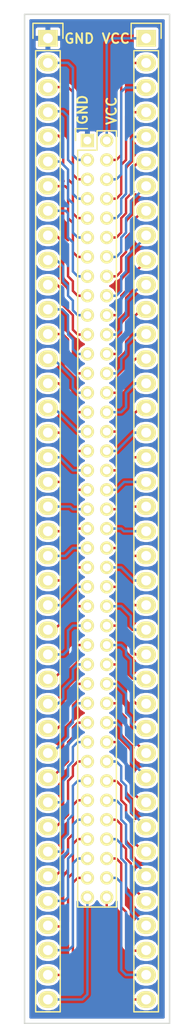
<source format=kicad_pcb>
(kicad_pcb (version 4) (host pcbnew 4.0.2-4+6225~38~ubuntu14.04.1-stable)
  (layers (0 F.Cu signal) (1 In1.Cu signal) (2 In2.Cu signal) (31 B.Cu signal) (35 F.Paste user) (37 F.SilkS user) (39 F.Mask user) (44 Edge.Cuts user))
  (net 0 "")
  (net 1 /3)
  (net 2 /5)
  (net 3 /7)
  (net 4 /9)
  (net 5 /11)
  (net 6 /13)
  (net 7 /15)
  (net 8 /17)
  (net 9 /19)
  (net 10 /21)
  (net 11 /23)
  (net 12 /25)
  (net 13 /27)
  (net 14 /29)
  (net 15 /31)
  (net 16 /33)
  (net 17 /35)
  (net 18 /37)
  (net 19 /39)
  (net 20 /41)
  (net 21 /43)
  (net 22 /45)
  (net 23 /47)
  (net 24 /49)
  (net 25 /51)
  (net 26 /53)
  (net 27 /55)
  (net 28 /57)
  (net 29 /59)
  (net 30 /61)
  (net 31 /63)
  (net 32 /65)
  (net 33 /67)
  (net 34 /69)
  (net 35 /71)
  (net 36 /73)
  (net 37 /75)
  (net 38 /77)
  (net 39 /79)
  (net 40 /4)
  (net 41 /6)
  (net 42 /8)
  (net 43 /10)
  (net 44 /12)
  (net 45 /14)
  (net 46 /16)
  (net 47 /18)
  (net 48 /20)
  (net 49 /22)
  (net 50 /24)
  (net 51 /26)
  (net 52 /28)
  (net 53 /30)
  (net 54 /32)
  (net 55 /34)
  (net 56 /36)
  (net 57 /38)
  (net 58 /40)
  (net 59 /42)
  (net 60 /44)
  (net 61 /46)
  (net 62 /48)
  (net 63 /50)
  (net 64 /52)
  (net 65 /54)
  (net 66 /56)
  (net 67 /58)
  (net 68 /60)
  (net 69 /62)
  (net 70 /64)
  (net 71 /66)
  (net 72 /68)
  (net 73 /70)
  (net 74 /72)
  (net 75 /74)
  (net 76 /76)
  (net 77 /78)
  (net 78 /80)
  (net 79 GND)
  (net 80 VCC)
  (module Pin_Headers:Pin_Header_Straight_1x40 (layer F.Cu) (at 45.92 39.47)
    (fp_text reference P1 hide)
    (fp_text value CONN_01X40)
    (pad 1 thru_hole rect (at 0 0) (size 2.032 1.7272) (drill 1.016) (layers *.Cu *.Mask F.SilkS) (net 79 GND))
    (pad 2 thru_hole oval (at 0 2.54) (size 2.032 1.7272) (drill 1.016) (layers *.Cu *.Mask F.SilkS) (net 1 /3))
    (pad 3 thru_hole oval (at 0 5.08) (size 2.032 1.7272) (drill 1.016) (layers *.Cu *.Mask F.SilkS) (net 2 /5))
    (pad 4 thru_hole oval (at 0 7.62) (size 2.032 1.7272) (drill 1.016) (layers *.Cu *.Mask F.SilkS) (net 3 /7))
    (pad 5 thru_hole oval (at 0 10.16) (size 2.032 1.7272) (drill 1.016) (layers *.Cu *.Mask F.SilkS) (net 4 /9))
    (pad 6 thru_hole oval (at 0 12.7) (size 2.032 1.7272) (drill 1.016) (layers *.Cu *.Mask F.SilkS) (net 5 /11))
    (pad 7 thru_hole oval (at 0 15.24) (size 2.032 1.7272) (drill 1.016) (layers *.Cu *.Mask F.SilkS) (net 6 /13))
    (pad 8 thru_hole oval (at 0 17.78) (size 2.032 1.7272) (drill 1.016) (layers *.Cu *.Mask F.SilkS) (net 7 /15))
    (pad 9 thru_hole oval (at 0 20.32) (size 2.032 1.7272) (drill 1.016) (layers *.Cu *.Mask F.SilkS) (net 8 /17))
    (pad 10 thru_hole oval (at 0 22.86) (size 2.032 1.7272) (drill 1.016) (layers *.Cu *.Mask F.SilkS) (net 9 /19))
    (pad 11 thru_hole oval (at 0 25.4) (size 2.032 1.7272) (drill 1.016) (layers *.Cu *.Mask F.SilkS) (net 10 /21))
    (pad 12 thru_hole oval (at 0 27.94) (size 2.032 1.7272) (drill 1.016) (layers *.Cu *.Mask F.SilkS) (net 11 /23))
    (pad 13 thru_hole oval (at 0 30.48) (size 2.032 1.7272) (drill 1.016) (layers *.Cu *.Mask F.SilkS) (net 12 /25))
    (pad 14 thru_hole oval (at 0 33.02) (size 2.032 1.7272) (drill 1.016) (layers *.Cu *.Mask F.SilkS) (net 13 /27))
    (pad 15 thru_hole oval (at 0 35.56) (size 2.032 1.7272) (drill 1.016) (layers *.Cu *.Mask F.SilkS) (net 14 /29))
    (pad 16 thru_hole oval (at 0 38.1) (size 2.032 1.7272) (drill 1.016) (layers *.Cu *.Mask F.SilkS) (net 15 /31))
    (pad 17 thru_hole oval (at 0 40.64) (size 2.032 1.7272) (drill 1.016) (layers *.Cu *.Mask F.SilkS) (net 16 /33))
    (pad 18 thru_hole oval (at 0 43.18) (size 2.032 1.7272) (drill 1.016) (layers *.Cu *.Mask F.SilkS) (net 17 /35))
    (pad 19 thru_hole oval (at 0 45.72) (size 2.032 1.7272) (drill 1.016) (layers *.Cu *.Mask F.SilkS) (net 18 /37))
    (pad 20 thru_hole oval (at 0 48.26) (size 2.032 1.7272) (drill 1.016) (layers *.Cu *.Mask F.SilkS) (net 19 /39))
    (pad 21 thru_hole oval (at 0 50.8) (size 2.032 1.7272) (drill 1.016) (layers *.Cu *.Mask F.SilkS) (net 20 /41))
    (pad 22 thru_hole oval (at 0 53.34) (size 2.032 1.7272) (drill 1.016) (layers *.Cu *.Mask F.SilkS) (net 21 /43))
    (pad 23 thru_hole oval (at 0 55.88) (size 2.032 1.7272) (drill 1.016) (layers *.Cu *.Mask F.SilkS) (net 22 /45))
    (pad 24 thru_hole oval (at 0 58.42) (size 2.032 1.7272) (drill 1.016) (layers *.Cu *.Mask F.SilkS) (net 23 /47))
    (pad 25 thru_hole oval (at 0 60.96) (size 2.032 1.7272) (drill 1.016) (layers *.Cu *.Mask F.SilkS) (net 24 /49))
    (pad 26 thru_hole oval (at 0 63.5) (size 2.032 1.7272) (drill 1.016) (layers *.Cu *.Mask F.SilkS) (net 25 /51))
    (pad 27 thru_hole oval (at 0 66.04) (size 2.032 1.7272) (drill 1.016) (layers *.Cu *.Mask F.SilkS) (net 26 /53))
    (pad 28 thru_hole oval (at 0 68.58) (size 2.032 1.7272) (drill 1.016) (layers *.Cu *.Mask F.SilkS) (net 27 /55))
    (pad 29 thru_hole oval (at 0 71.12) (size 2.032 1.7272) (drill 1.016) (layers *.Cu *.Mask F.SilkS) (net 28 /57))
    (pad 30 thru_hole oval (at 0 73.66) (size 2.032 1.7272) (drill 1.016) (layers *.Cu *.Mask F.SilkS) (net 29 /59))
    (pad 31 thru_hole oval (at 0 76.2) (size 2.032 1.7272) (drill 1.016) (layers *.Cu *.Mask F.SilkS) (net 30 /61))
    (pad 32 thru_hole oval (at 0 78.74) (size 2.032 1.7272) (drill 1.016) (layers *.Cu *.Mask F.SilkS) (net 31 /63))
    (pad 33 thru_hole oval (at 0 81.28) (size 2.032 1.7272) (drill 1.016) (layers *.Cu *.Mask F.SilkS) (net 32 /65))
    (pad 34 thru_hole oval (at 0 83.82) (size 2.032 1.7272) (drill 1.016) (layers *.Cu *.Mask F.SilkS) (net 33 /67))
    (pad 35 thru_hole oval (at 0 86.36) (size 2.032 1.7272) (drill 1.016) (layers *.Cu *.Mask F.SilkS) (net 34 /69))
    (pad 36 thru_hole oval (at 0 88.9) (size 2.032 1.7272) (drill 1.016) (layers *.Cu *.Mask F.SilkS) (net 35 /71))
    (pad 37 thru_hole oval (at 0 91.44) (size 2.032 1.7272) (drill 1.016) (layers *.Cu *.Mask F.SilkS) (net 36 /73))
    (pad 38 thru_hole oval (at 0 93.98) (size 2.032 1.7272) (drill 1.016) (layers *.Cu *.Mask F.SilkS) (net 37 /75))
    (pad 39 thru_hole oval (at 0 96.52) (size 2.032 1.7272) (drill 1.016) (layers *.Cu *.Mask F.SilkS) (net 38 /77))
    (pad 40 thru_hole oval (at 0 99.06) (size 2.032 1.7272) (drill 1.016) (layers *.Cu *.Mask F.SilkS) (net 39 /79))
  )
  (module Pin_Headers_2mm:Pin_Header_Straight_2x40_2mm (layer F.Cu) (at 50 50)
    (fp_text reference P2 hide)
    (fp_text value CONN_02X40)
    (pad 1 thru_hole rect (at 0 0) (size 1.3817 1.3817) (drill 0.8125) (layers *.Cu *.Mask F.SilkS) (net 79 GND))
    (pad 2 thru_hole oval (at 2 0) (size 1.3817 1.3817) (drill 0.8125) (layers *.Cu *.Mask F.SilkS) (net 80 VCC))
    (pad 3 thru_hole oval (at 0 2) (size 1.3817 1.3817) (drill 0.8125) (layers *.Cu *.Mask F.SilkS) (net 1 /3))
    (pad 4 thru_hole oval (at 2 2) (size 1.3817 1.3817) (drill 0.8125) (layers *.Cu *.Mask F.SilkS) (net 40 /4))
    (pad 5 thru_hole oval (at 0 4) (size 1.3817 1.3817) (drill 0.8125) (layers *.Cu *.Mask F.SilkS) (net 2 /5))
    (pad 6 thru_hole oval (at 2 4) (size 1.3817 1.3817) (drill 0.8125) (layers *.Cu *.Mask F.SilkS) (net 41 /6))
    (pad 7 thru_hole oval (at 0 6) (size 1.3817 1.3817) (drill 0.8125) (layers *.Cu *.Mask F.SilkS) (net 3 /7))
    (pad 8 thru_hole oval (at 2 6) (size 1.3817 1.3817) (drill 0.8125) (layers *.Cu *.Mask F.SilkS) (net 42 /8))
    (pad 9 thru_hole oval (at 0 8) (size 1.3817 1.3817) (drill 0.8125) (layers *.Cu *.Mask F.SilkS) (net 4 /9))
    (pad 10 thru_hole oval (at 2 8) (size 1.3817 1.3817) (drill 0.8125) (layers *.Cu *.Mask F.SilkS) (net 43 /10))
    (pad 11 thru_hole oval (at 0 10) (size 1.3817 1.3817) (drill 0.8125) (layers *.Cu *.Mask F.SilkS) (net 5 /11))
    (pad 12 thru_hole oval (at 2 10) (size 1.3817 1.3817) (drill 0.8125) (layers *.Cu *.Mask F.SilkS) (net 44 /12))
    (pad 13 thru_hole oval (at 0 12) (size 1.3817 1.3817) (drill 0.8125) (layers *.Cu *.Mask F.SilkS) (net 6 /13))
    (pad 14 thru_hole oval (at 2 12) (size 1.3817 1.3817) (drill 0.8125) (layers *.Cu *.Mask F.SilkS) (net 45 /14))
    (pad 15 thru_hole oval (at 0 14) (size 1.3817 1.3817) (drill 0.8125) (layers *.Cu *.Mask F.SilkS) (net 7 /15))
    (pad 16 thru_hole oval (at 2 14) (size 1.3817 1.3817) (drill 0.8125) (layers *.Cu *.Mask F.SilkS) (net 46 /16))
    (pad 17 thru_hole oval (at 0 16) (size 1.3817 1.3817) (drill 0.8125) (layers *.Cu *.Mask F.SilkS) (net 8 /17))
    (pad 18 thru_hole oval (at 2 16) (size 1.3817 1.3817) (drill 0.8125) (layers *.Cu *.Mask F.SilkS) (net 47 /18))
    (pad 19 thru_hole oval (at 0 18) (size 1.3817 1.3817) (drill 0.8125) (layers *.Cu *.Mask F.SilkS) (net 9 /19))
    (pad 20 thru_hole oval (at 2 18) (size 1.3817 1.3817) (drill 0.8125) (layers *.Cu *.Mask F.SilkS) (net 48 /20))
    (pad 21 thru_hole oval (at 0 20) (size 1.3817 1.3817) (drill 0.8125) (layers *.Cu *.Mask F.SilkS) (net 10 /21))
    (pad 22 thru_hole oval (at 2 20) (size 1.3817 1.3817) (drill 0.8125) (layers *.Cu *.Mask F.SilkS) (net 49 /22))
    (pad 23 thru_hole oval (at 0 22) (size 1.3817 1.3817) (drill 0.8125) (layers *.Cu *.Mask F.SilkS) (net 11 /23))
    (pad 24 thru_hole oval (at 2 22) (size 1.3817 1.3817) (drill 0.8125) (layers *.Cu *.Mask F.SilkS) (net 50 /24))
    (pad 25 thru_hole oval (at 0 24) (size 1.3817 1.3817) (drill 0.8125) (layers *.Cu *.Mask F.SilkS) (net 12 /25))
    (pad 26 thru_hole oval (at 2 24) (size 1.3817 1.3817) (drill 0.8125) (layers *.Cu *.Mask F.SilkS) (net 51 /26))
    (pad 27 thru_hole oval (at 0 26) (size 1.3817 1.3817) (drill 0.8125) (layers *.Cu *.Mask F.SilkS) (net 13 /27))
    (pad 28 thru_hole oval (at 2 26) (size 1.3817 1.3817) (drill 0.8125) (layers *.Cu *.Mask F.SilkS) (net 52 /28))
    (pad 29 thru_hole oval (at 0 28) (size 1.3817 1.3817) (drill 0.8125) (layers *.Cu *.Mask F.SilkS) (net 14 /29))
    (pad 30 thru_hole oval (at 2 28) (size 1.3817 1.3817) (drill 0.8125) (layers *.Cu *.Mask F.SilkS) (net 53 /30))
    (pad 31 thru_hole oval (at 0 30) (size 1.3817 1.3817) (drill 0.8125) (layers *.Cu *.Mask F.SilkS) (net 15 /31))
    (pad 32 thru_hole oval (at 2 30) (size 1.3817 1.3817) (drill 0.8125) (layers *.Cu *.Mask F.SilkS) (net 54 /32))
    (pad 33 thru_hole oval (at 0 32) (size 1.3817 1.3817) (drill 0.8125) (layers *.Cu *.Mask F.SilkS) (net 16 /33))
    (pad 34 thru_hole oval (at 2 32) (size 1.3817 1.3817) (drill 0.8125) (layers *.Cu *.Mask F.SilkS) (net 55 /34))
    (pad 35 thru_hole oval (at 0 34) (size 1.3817 1.3817) (drill 0.8125) (layers *.Cu *.Mask F.SilkS) (net 17 /35))
    (pad 36 thru_hole oval (at 2 34) (size 1.3817 1.3817) (drill 0.8125) (layers *.Cu *.Mask F.SilkS) (net 56 /36))
    (pad 37 thru_hole oval (at 0 36) (size 1.3817 1.3817) (drill 0.8125) (layers *.Cu *.Mask F.SilkS) (net 18 /37))
    (pad 38 thru_hole oval (at 2 36) (size 1.3817 1.3817) (drill 0.8125) (layers *.Cu *.Mask F.SilkS) (net 57 /38))
    (pad 39 thru_hole oval (at 0 38) (size 1.3817 1.3817) (drill 0.8125) (layers *.Cu *.Mask F.SilkS) (net 19 /39))
    (pad 40 thru_hole oval (at 2 38) (size 1.3817 1.3817) (drill 0.8125) (layers *.Cu *.Mask F.SilkS) (net 58 /40))
    (pad 41 thru_hole oval (at 0 40) (size 1.3817 1.3817) (drill 0.8125) (layers *.Cu *.Mask F.SilkS) (net 20 /41))
    (pad 42 thru_hole oval (at 2 40) (size 1.3817 1.3817) (drill 0.8125) (layers *.Cu *.Mask F.SilkS) (net 59 /42))
    (pad 43 thru_hole oval (at 0 42) (size 1.3817 1.3817) (drill 0.8125) (layers *.Cu *.Mask F.SilkS) (net 21 /43))
    (pad 44 thru_hole oval (at 2 42) (size 1.3817 1.3817) (drill 0.8125) (layers *.Cu *.Mask F.SilkS) (net 60 /44))
    (pad 45 thru_hole oval (at 0 44) (size 1.3817 1.3817) (drill 0.8125) (layers *.Cu *.Mask F.SilkS) (net 22 /45))
    (pad 46 thru_hole oval (at 2 44) (size 1.3817 1.3817) (drill 0.8125) (layers *.Cu *.Mask F.SilkS) (net 61 /46))
    (pad 47 thru_hole oval (at 0 46) (size 1.3817 1.3817) (drill 0.8125) (layers *.Cu *.Mask F.SilkS) (net 23 /47))
    (pad 48 thru_hole oval (at 2 46) (size 1.3817 1.3817) (drill 0.8125) (layers *.Cu *.Mask F.SilkS) (net 62 /48))
    (pad 49 thru_hole oval (at 0 48) (size 1.3817 1.3817) (drill 0.8125) (layers *.Cu *.Mask F.SilkS) (net 24 /49))
    (pad 50 thru_hole oval (at 2 48) (size 1.3817 1.3817) (drill 0.8125) (layers *.Cu *.Mask F.SilkS) (net 63 /50))
    (pad 51 thru_hole oval (at 0 50) (size 1.3817 1.3817) (drill 0.8125) (layers *.Cu *.Mask F.SilkS) (net 25 /51))
    (pad 52 thru_hole oval (at 2 50) (size 1.3817 1.3817) (drill 0.8125) (layers *.Cu *.Mask F.SilkS) (net 64 /52))
    (pad 53 thru_hole oval (at 0 52) (size 1.3817 1.3817) (drill 0.8125) (layers *.Cu *.Mask F.SilkS) (net 26 /53))
    (pad 54 thru_hole oval (at 2 52) (size 1.3817 1.3817) (drill 0.8125) (layers *.Cu *.Mask F.SilkS) (net 65 /54))
    (pad 55 thru_hole oval (at 0 54) (size 1.3817 1.3817) (drill 0.8125) (layers *.Cu *.Mask F.SilkS) (net 27 /55))
    (pad 56 thru_hole oval (at 2 54) (size 1.3817 1.3817) (drill 0.8125) (layers *.Cu *.Mask F.SilkS) (net 66 /56))
    (pad 57 thru_hole oval (at 0 56) (size 1.3817 1.3817) (drill 0.8125) (layers *.Cu *.Mask F.SilkS) (net 28 /57))
    (pad 58 thru_hole oval (at 2 56) (size 1.3817 1.3817) (drill 0.8125) (layers *.Cu *.Mask F.SilkS) (net 67 /58))
    (pad 59 thru_hole oval (at 0 58) (size 1.3817 1.3817) (drill 0.8125) (layers *.Cu *.Mask F.SilkS) (net 29 /59))
    (pad 60 thru_hole oval (at 2 58) (size 1.3817 1.3817) (drill 0.8125) (layers *.Cu *.Mask F.SilkS) (net 68 /60))
    (pad 61 thru_hole oval (at 0 60) (size 1.3817 1.3817) (drill 0.8125) (layers *.Cu *.Mask F.SilkS) (net 30 /61))
    (pad 62 thru_hole oval (at 2 60) (size 1.3817 1.3817) (drill 0.8125) (layers *.Cu *.Mask F.SilkS) (net 69 /62))
    (pad 63 thru_hole oval (at 0 62) (size 1.3817 1.3817) (drill 0.8125) (layers *.Cu *.Mask F.SilkS) (net 31 /63))
    (pad 64 thru_hole oval (at 2 62) (size 1.3817 1.3817) (drill 0.8125) (layers *.Cu *.Mask F.SilkS) (net 70 /64))
    (pad 65 thru_hole oval (at 0 64) (size 1.3817 1.3817) (drill 0.8125) (layers *.Cu *.Mask F.SilkS) (net 32 /65))
    (pad 66 thru_hole oval (at 2 64) (size 1.3817 1.3817) (drill 0.8125) (layers *.Cu *.Mask F.SilkS) (net 71 /66))
    (pad 67 thru_hole oval (at 0 66) (size 1.3817 1.3817) (drill 0.8125) (layers *.Cu *.Mask F.SilkS) (net 33 /67))
    (pad 68 thru_hole oval (at 2 66) (size 1.3817 1.3817) (drill 0.8125) (layers *.Cu *.Mask F.SilkS) (net 72 /68))
    (pad 69 thru_hole oval (at 0 68) (size 1.3817 1.3817) (drill 0.8125) (layers *.Cu *.Mask F.SilkS) (net 34 /69))
    (pad 70 thru_hole oval (at 2 68) (size 1.3817 1.3817) (drill 0.8125) (layers *.Cu *.Mask F.SilkS) (net 73 /70))
    (pad 71 thru_hole oval (at 0 70) (size 1.3817 1.3817) (drill 0.8125) (layers *.Cu *.Mask F.SilkS) (net 35 /71))
    (pad 72 thru_hole oval (at 2 70) (size 1.3817 1.3817) (drill 0.8125) (layers *.Cu *.Mask F.SilkS) (net 74 /72))
    (pad 73 thru_hole oval (at 0 72) (size 1.3817 1.3817) (drill 0.8125) (layers *.Cu *.Mask F.SilkS) (net 36 /73))
    (pad 74 thru_hole oval (at 2 72) (size 1.3817 1.3817) (drill 0.8125) (layers *.Cu *.Mask F.SilkS) (net 75 /74))
    (pad 75 thru_hole oval (at 0 74) (size 1.3817 1.3817) (drill 0.8125) (layers *.Cu *.Mask F.SilkS) (net 37 /75))
    (pad 76 thru_hole oval (at 2 74) (size 1.3817 1.3817) (drill 0.8125) (layers *.Cu *.Mask F.SilkS) (net 76 /76))
    (pad 77 thru_hole oval (at 0 76) (size 1.3817 1.3817) (drill 0.8125) (layers *.Cu *.Mask F.SilkS) (net 38 /77))
    (pad 78 thru_hole oval (at 2 76) (size 1.3817 1.3817) (drill 0.8125) (layers *.Cu *.Mask F.SilkS) (net 77 /78))
    (pad 79 thru_hole oval (at 0 78) (size 1.3817 1.3817) (drill 0.8125) (layers *.Cu *.Mask F.SilkS) (net 39 /79))
    (pad 80 thru_hole oval (at 2 78) (size 1.3817 1.3817) (drill 0.8125) (layers *.Cu *.Mask F.SilkS) (net 78 /80))
  )
  (module Pin_Headers:Pin_Header_Straight_1x40 (layer F.Cu) (at 56.08 39.47)
    (fp_text reference P3 hide)
    (fp_text value CONN_01X40)
    (pad 1 thru_hole rect (at 0 0) (size 2.032 1.7272) (drill 1.016) (layers *.Cu *.Mask F.SilkS) (net 80 VCC))
    (pad 2 thru_hole oval (at 0 2.54) (size 2.032 1.7272) (drill 1.016) (layers *.Cu *.Mask F.SilkS) (net 40 /4))
    (pad 3 thru_hole oval (at 0 5.08) (size 2.032 1.7272) (drill 1.016) (layers *.Cu *.Mask F.SilkS) (net 41 /6))
    (pad 4 thru_hole oval (at 0 7.62) (size 2.032 1.7272) (drill 1.016) (layers *.Cu *.Mask F.SilkS) (net 42 /8))
    (pad 5 thru_hole oval (at 0 10.16) (size 2.032 1.7272) (drill 1.016) (layers *.Cu *.Mask F.SilkS) (net 43 /10))
    (pad 6 thru_hole oval (at 0 12.7) (size 2.032 1.7272) (drill 1.016) (layers *.Cu *.Mask F.SilkS) (net 44 /12))
    (pad 7 thru_hole oval (at 0 15.24) (size 2.032 1.7272) (drill 1.016) (layers *.Cu *.Mask F.SilkS) (net 45 /14))
    (pad 8 thru_hole oval (at 0 17.78) (size 2.032 1.7272) (drill 1.016) (layers *.Cu *.Mask F.SilkS) (net 46 /16))
    (pad 9 thru_hole oval (at 0 20.32) (size 2.032 1.7272) (drill 1.016) (layers *.Cu *.Mask F.SilkS) (net 47 /18))
    (pad 10 thru_hole oval (at 0 22.86) (size 2.032 1.7272) (drill 1.016) (layers *.Cu *.Mask F.SilkS) (net 48 /20))
    (pad 11 thru_hole oval (at 0 25.4) (size 2.032 1.7272) (drill 1.016) (layers *.Cu *.Mask F.SilkS) (net 49 /22))
    (pad 12 thru_hole oval (at 0 27.94) (size 2.032 1.7272) (drill 1.016) (layers *.Cu *.Mask F.SilkS) (net 50 /24))
    (pad 13 thru_hole oval (at 0 30.48) (size 2.032 1.7272) (drill 1.016) (layers *.Cu *.Mask F.SilkS) (net 51 /26))
    (pad 14 thru_hole oval (at 0 33.02) (size 2.032 1.7272) (drill 1.016) (layers *.Cu *.Mask F.SilkS) (net 52 /28))
    (pad 15 thru_hole oval (at 0 35.56) (size 2.032 1.7272) (drill 1.016) (layers *.Cu *.Mask F.SilkS) (net 53 /30))
    (pad 16 thru_hole oval (at 0 38.1) (size 2.032 1.7272) (drill 1.016) (layers *.Cu *.Mask F.SilkS) (net 54 /32))
    (pad 17 thru_hole oval (at 0 40.64) (size 2.032 1.7272) (drill 1.016) (layers *.Cu *.Mask F.SilkS) (net 55 /34))
    (pad 18 thru_hole oval (at 0 43.18) (size 2.032 1.7272) (drill 1.016) (layers *.Cu *.Mask F.SilkS) (net 56 /36))
    (pad 19 thru_hole oval (at 0 45.72) (size 2.032 1.7272) (drill 1.016) (layers *.Cu *.Mask F.SilkS) (net 57 /38))
    (pad 20 thru_hole oval (at 0 48.26) (size 2.032 1.7272) (drill 1.016) (layers *.Cu *.Mask F.SilkS) (net 58 /40))
    (pad 21 thru_hole oval (at 0 50.8) (size 2.032 1.7272) (drill 1.016) (layers *.Cu *.Mask F.SilkS) (net 59 /42))
    (pad 22 thru_hole oval (at 0 53.34) (size 2.032 1.7272) (drill 1.016) (layers *.Cu *.Mask F.SilkS) (net 60 /44))
    (pad 23 thru_hole oval (at 0 55.88) (size 2.032 1.7272) (drill 1.016) (layers *.Cu *.Mask F.SilkS) (net 61 /46))
    (pad 24 thru_hole oval (at 0 58.42) (size 2.032 1.7272) (drill 1.016) (layers *.Cu *.Mask F.SilkS) (net 62 /48))
    (pad 25 thru_hole oval (at 0 60.96) (size 2.032 1.7272) (drill 1.016) (layers *.Cu *.Mask F.SilkS) (net 63 /50))
    (pad 26 thru_hole oval (at 0 63.5) (size 2.032 1.7272) (drill 1.016) (layers *.Cu *.Mask F.SilkS) (net 64 /52))
    (pad 27 thru_hole oval (at 0 66.04) (size 2.032 1.7272) (drill 1.016) (layers *.Cu *.Mask F.SilkS) (net 65 /54))
    (pad 28 thru_hole oval (at 0 68.58) (size 2.032 1.7272) (drill 1.016) (layers *.Cu *.Mask F.SilkS) (net 66 /56))
    (pad 29 thru_hole oval (at 0 71.12) (size 2.032 1.7272) (drill 1.016) (layers *.Cu *.Mask F.SilkS) (net 67 /58))
    (pad 30 thru_hole oval (at 0 73.66) (size 2.032 1.7272) (drill 1.016) (layers *.Cu *.Mask F.SilkS) (net 68 /60))
    (pad 31 thru_hole oval (at 0 76.2) (size 2.032 1.7272) (drill 1.016) (layers *.Cu *.Mask F.SilkS) (net 69 /62))
    (pad 32 thru_hole oval (at 0 78.74) (size 2.032 1.7272) (drill 1.016) (layers *.Cu *.Mask F.SilkS) (net 70 /64))
    (pad 33 thru_hole oval (at 0 81.28) (size 2.032 1.7272) (drill 1.016) (layers *.Cu *.Mask F.SilkS) (net 71 /66))
    (pad 34 thru_hole oval (at 0 83.82) (size 2.032 1.7272) (drill 1.016) (layers *.Cu *.Mask F.SilkS) (net 72 /68))
    (pad 35 thru_hole oval (at 0 86.36) (size 2.032 1.7272) (drill 1.016) (layers *.Cu *.Mask F.SilkS) (net 73 /70))
    (pad 36 thru_hole oval (at 0 88.9) (size 2.032 1.7272) (drill 1.016) (layers *.Cu *.Mask F.SilkS) (net 74 /72))
    (pad 37 thru_hole oval (at 0 91.44) (size 2.032 1.7272) (drill 1.016) (layers *.Cu *.Mask F.SilkS) (net 75 /74))
    (pad 38 thru_hole oval (at 0 93.98) (size 2.032 1.7272) (drill 1.016) (layers *.Cu *.Mask F.SilkS) (net 76 /76))
    (pad 39 thru_hole oval (at 0 96.52) (size 2.032 1.7272) (drill 1.016) (layers *.Cu *.Mask F.SilkS) (net 77 /78))
    (pad 40 thru_hole oval (at 0 99.06) (size 2.032 1.7272) (drill 1.016) (layers *.Cu *.Mask F.SilkS) (net 78 /80))
  )
  (gr_text VCC (at 54.5 39.5) (layer F.SilkS) (effects (font (size 1 1) (thickness 0.2)) (justify right)))
  (gr_text VCC (at 52.5 48.5 90) (layer F.SilkS) (effects (font (size 1 1) (thickness 0.2)) (justify left)))
  (gr_text GND (at 49.5 48.5 90) (layer F.SilkS) (effects (font (size 1 1) (thickness 0.2)) (justify left)))
  (gr_text GND (at 47.5 39.5) (layer F.SilkS) (effects (font (size 1 1) (thickness 0.2)) (justify left)))
  (gr_line (start 43.5 141) (end 43.5 37) (angle 90) (layer Edge.Cuts) (width 0.15))
  (gr_line (start 58.5 141) (end 43.5 141) (angle 90) (layer Edge.Cuts) (width 0.15))
  (gr_line (start 58.5 37) (end 58.5 141) (angle 90) (layer Edge.Cuts) (width 0.15))
  (gr_line (start 43.5 37) (end 58.5 37) (angle 90) (layer Edge.Cuts) (width 0.15))
  (segment (start 50 52) (end 49 52) (width 0.25) (layer B.Cu) (net 1))
  (segment (start 48 42) (end 45.93 42) (width 0.25) (layer B.Cu) (net 1))
  (segment (start 48.5 42.5) (end 48 42) (width 0.25) (layer B.Cu) (net 1))
  (segment (start 48.5 51.5) (end 48.5 42.5) (width 0.25) (layer B.Cu) (net 1))
  (segment (start 49 52) (end 48.5 51.5) (width 0.25) (layer B.Cu) (net 1))
  (segment (start 45.93 42) (end 45.92 42.01) (width 0.25) (layer B.Cu) (net 1))
  (segment (start 50 54) (end 49 54) (width 0.25) (layer F.Cu) (net 2))
  (segment (start 48 44.5) (end 45.97 44.5) (width 0.25) (layer F.Cu) (net 2))
  (segment (start 48.5 45) (end 48 44.5) (width 0.25) (layer F.Cu) (net 2))
  (segment (start 48.5 53.5) (end 48.5 45) (width 0.25) (layer F.Cu) (net 2))
  (segment (start 49 54) (end 48.5 53.5) (width 0.25) (layer F.Cu) (net 2))
  (segment (start 45.97 44.5) (end 45.92 44.55) (width 0.25) (layer F.Cu) (net 2))
  (segment (start 50 56) (end 49 56) (width 0.25) (layer B.Cu) (net 3))
  (segment (start 47.5 47) (end 46.01 47) (width 0.25) (layer B.Cu) (net 3))
  (segment (start 48 47.5) (end 47.5 47) (width 0.25) (layer B.Cu) (net 3))
  (segment (start 48 52) (end 48 47.5) (width 0.25) (layer B.Cu) (net 3))
  (segment (start 48.5 52.5) (end 48 52) (width 0.25) (layer B.Cu) (net 3))
  (segment (start 48.5 55.5) (end 48.5 52.5) (width 0.25) (layer B.Cu) (net 3))
  (segment (start 49 56) (end 48.5 55.5) (width 0.25) (layer B.Cu) (net 3))
  (segment (start 46.01 47) (end 45.92 47.09) (width 0.25) (layer B.Cu) (net 3))
  (segment (start 50 58) (end 49 58) (width 0.25) (layer F.Cu) (net 4))
  (segment (start 49 58) (end 48.5 57.5) (width 0.25) (layer F.Cu) (net 4))
  (segment (start 48.5 57.5) (end 48.5 54.5) (width 0.25) (layer F.Cu) (net 4))
  (segment (start 48.5 54.5) (end 48 54) (width 0.25) (layer F.Cu) (net 4))
  (segment (start 48 54) (end 48 53) (width 0.25) (layer F.Cu) (net 4))
  (segment (start 48 53) (end 47.5 52.5) (width 0.25) (layer F.Cu) (net 4))
  (segment (start 47.5 52.5) (end 47.5 50) (width 0.25) (layer F.Cu) (net 4))
  (segment (start 47.5 50) (end 47 49.5) (width 0.25) (layer F.Cu) (net 4))
  (segment (start 47 49.5) (end 46.05 49.5) (width 0.25) (layer F.Cu) (net 4))
  (segment (start 46.05 49.5) (end 45.92 49.63) (width 0.25) (layer F.Cu) (net 4))
  (segment (start 50 60) (end 49 60) (width 0.25) (layer B.Cu) (net 5))
  (segment (start 47.17 52.17) (end 45.92 52.17) (width 0.25) (layer B.Cu) (net 5))
  (segment (start 48 53) (end 47.17 52.17) (width 0.25) (layer B.Cu) (net 5))
  (segment (start 48 56) (end 48 53) (width 0.25) (layer B.Cu) (net 5))
  (segment (start 48.5 56.5) (end 48 56) (width 0.25) (layer B.Cu) (net 5))
  (segment (start 48.5 59.5) (end 48.5 56.5) (width 0.25) (layer B.Cu) (net 5))
  (segment (start 49 60) (end 48.5 59.5) (width 0.25) (layer B.Cu) (net 5))
  (segment (start 50 62) (end 49 62) (width 0.25) (layer F.Cu) (net 6))
  (segment (start 47.71 54.71) (end 45.92 54.71) (width 0.25) (layer F.Cu) (net 6))
  (segment (start 48 55) (end 47.71 54.71) (width 0.25) (layer F.Cu) (net 6))
  (segment (start 48 58) (end 48 55) (width 0.25) (layer F.Cu) (net 6))
  (segment (start 48.5 58.5) (end 48 58) (width 0.25) (layer F.Cu) (net 6))
  (segment (start 48.5 61.5) (end 48.5 58.5) (width 0.25) (layer F.Cu) (net 6))
  (segment (start 49 62) (end 48.5 61.5) (width 0.25) (layer F.Cu) (net 6))
  (segment (start 50 64) (end 49 64) (width 0.25) (layer B.Cu) (net 7))
  (segment (start 47.75 57.25) (end 45.92 57.25) (width 0.25) (layer B.Cu) (net 7))
  (segment (start 48 57.5) (end 47.75 57.25) (width 0.25) (layer B.Cu) (net 7))
  (segment (start 48 60) (end 48 57.5) (width 0.25) (layer B.Cu) (net 7))
  (segment (start 48.5 60.5) (end 48 60) (width 0.25) (layer B.Cu) (net 7))
  (segment (start 48.5 63.5) (end 48.5 60.5) (width 0.25) (layer B.Cu) (net 7))
  (segment (start 49 64) (end 48.5 63.5) (width 0.25) (layer B.Cu) (net 7))
  (segment (start 50 66) (end 49 66) (width 0.25) (layer F.Cu) (net 8))
  (segment (start 48 61) (end 46.79 59.79) (width 0.25) (layer F.Cu) (net 8))
  (segment (start 48 64) (end 48 61) (width 0.25) (layer F.Cu) (net 8))
  (segment (start 48.5 64.5) (end 48 64) (width 0.25) (layer F.Cu) (net 8))
  (segment (start 48.5 65.5) (end 48.5 64.5) (width 0.25) (layer F.Cu) (net 8))
  (segment (start 49 66) (end 48.5 65.5) (width 0.25) (layer F.Cu) (net 8))
  (segment (start 46.79 59.79) (end 45.92 59.79) (width 0.25) (layer F.Cu) (net 8))
  (segment (start 46.79 59.79) (end 45.92 59.79) (width 0.25) (layer F.Cu) (net 8))
  (segment (start 46.79 59.79) (end 45.92 59.79) (width 0.25) (layer F.Cu) (net 8))
  (segment (start 50 68) (end 49 68) (width 0.25) (layer B.Cu) (net 9))
  (segment (start 47.5 63) (end 46.83 62.33) (width 0.25) (layer B.Cu) (net 9))
  (segment (start 47.5 64.5) (end 47.5 63) (width 0.25) (layer B.Cu) (net 9))
  (segment (start 48 65) (end 47.5 64.5) (width 0.25) (layer B.Cu) (net 9))
  (segment (start 48 66) (end 48 65) (width 0.25) (layer B.Cu) (net 9))
  (segment (start 48.5 66.5) (end 48 66) (width 0.25) (layer B.Cu) (net 9))
  (segment (start 48.5 67.5) (end 48.5 66.5) (width 0.25) (layer B.Cu) (net 9))
  (segment (start 49 68) (end 48.5 67.5) (width 0.25) (layer B.Cu) (net 9))
  (segment (start 46.83 62.33) (end 45.92 62.33) (width 0.25) (layer B.Cu) (net 9))
  (segment (start 46.33 62.33) (end 45.92 62.33) (width 0.25) (layer B.Cu) (net 9))
  (segment (start 50 70) (end 49 70) (width 0.25) (layer F.Cu) (net 10))
  (segment (start 47.5 65.5) (end 46.87 64.87) (width 0.25) (layer F.Cu) (net 10))
  (segment (start 47.5 67) (end 47.5 65.5) (width 0.25) (layer F.Cu) (net 10))
  (segment (start 48.5 68) (end 47.5 67) (width 0.25) (layer F.Cu) (net 10))
  (segment (start 48.5 69.5) (end 48.5 68) (width 0.25) (layer F.Cu) (net 10))
  (segment (start 49 70) (end 48.5 69.5) (width 0.25) (layer F.Cu) (net 10))
  (segment (start 46.87 64.87) (end 45.92 64.87) (width 0.25) (layer F.Cu) (net 10))
  (segment (start 50 72) (end 49 72) (width 0.25) (layer B.Cu) (net 11))
  (segment (start 47.41 67.41) (end 45.92 67.41) (width 0.25) (layer B.Cu) (net 11))
  (segment (start 48 68) (end 47.41 67.41) (width 0.25) (layer B.Cu) (net 11))
  (segment (start 48 70) (end 48 68) (width 0.25) (layer B.Cu) (net 11))
  (segment (start 48.5 70.5) (end 48 70) (width 0.25) (layer B.Cu) (net 11))
  (segment (start 48.5 71.5) (end 48.5 70.5) (width 0.25) (layer B.Cu) (net 11))
  (segment (start 49 72) (end 48.5 71.5) (width 0.25) (layer B.Cu) (net 11))
  (segment (start 50 74) (end 49 74) (width 0.25) (layer F.Cu) (net 12))
  (segment (start 47.45 69.95) (end 45.92 69.95) (width 0.25) (layer F.Cu) (net 12))
  (segment (start 48 70.5) (end 47.45 69.95) (width 0.25) (layer F.Cu) (net 12))
  (segment (start 48 73) (end 48 70.5) (width 0.25) (layer F.Cu) (net 12))
  (segment (start 49 74) (end 48 73) (width 0.25) (layer F.Cu) (net 12))
  (segment (start 50 76) (end 49 76) (width 0.25) (layer B.Cu) (net 13))
  (segment (start 48.5 74.5) (end 46.49 72.49) (width 0.25) (layer B.Cu) (net 13))
  (segment (start 48.5 75.5) (end 48.5 74.5) (width 0.25) (layer B.Cu) (net 13))
  (segment (start 49 76) (end 48.5 75.5) (width 0.25) (layer B.Cu) (net 13))
  (segment (start 46.49 72.49) (end 45.92 72.49) (width 0.25) (layer B.Cu) (net 13))
  (segment (start 50 78) (end 48.5 78) (width 0.25) (layer F.Cu) (net 14))
  (segment (start 47.03 75.03) (end 45.92 75.03) (width 0.25) (layer F.Cu) (net 14))
  (segment (start 48 76) (end 47.03 75.03) (width 0.25) (layer F.Cu) (net 14))
  (segment (start 48 77.5) (end 48 76) (width 0.25) (layer F.Cu) (net 14))
  (segment (start 48.5 78) (end 48 77.5) (width 0.25) (layer F.Cu) (net 14))
  (segment (start 50 80) (end 49 80) (width 0.25) (layer B.Cu) (net 15))
  (segment (start 49 80) (end 46.57 77.57) (width 0.25) (layer B.Cu) (net 15))
  (segment (start 46.57 77.57) (end 45.92 77.57) (width 0.25) (layer B.Cu) (net 15))
  (segment (start 50 82) (end 49 82) (width 0.25) (layer F.Cu) (net 16))
  (segment (start 47.11 80.11) (end 45.92 80.11) (width 0.25) (layer F.Cu) (net 16))
  (segment (start 49 82) (end 47.11 80.11) (width 0.25) (layer F.Cu) (net 16))
  (segment (start 50 84) (end 48.5 84) (width 0.25) (layer B.Cu) (net 17))
  (segment (start 47.15 82.65) (end 45.92 82.65) (width 0.25) (layer B.Cu) (net 17))
  (segment (start 48.5 84) (end 47.15 82.65) (width 0.25) (layer B.Cu) (net 17))
  (segment (start 50 86) (end 48.5 86) (width 0.25) (layer F.Cu) (net 18))
  (segment (start 47.69 85.19) (end 45.92 85.19) (width 0.25) (layer F.Cu) (net 18))
  (segment (start 48.5 86) (end 47.69 85.19) (width 0.25) (layer F.Cu) (net 18))
  (segment (start 50 88) (end 48.5 88) (width 0.25) (layer B.Cu) (net 19))
  (segment (start 48.23 87.73) (end 45.92 87.73) (width 0.25) (layer B.Cu) (net 19))
  (segment (start 48.5 88) (end 48.23 87.73) (width 0.25) (layer B.Cu) (net 19))
  (segment (start 50 90) (end 48.5 90) (width 0.25) (layer F.Cu) (net 20))
  (segment (start 48.23 90.27) (end 45.92 90.27) (width 0.25) (layer F.Cu) (net 20))
  (segment (start 48.5 90) (end 48.23 90.27) (width 0.25) (layer F.Cu) (net 20))
  (segment (start 50 92) (end 48.5 92) (width 0.25) (layer B.Cu) (net 21))
  (segment (start 47.69 92.81) (end 45.92 92.81) (width 0.25) (layer B.Cu) (net 21))
  (segment (start 48.5 92) (end 47.69 92.81) (width 0.25) (layer B.Cu) (net 21))
  (segment (start 50 94) (end 48.5 94) (width 0.25) (layer F.Cu) (net 22))
  (segment (start 47.15 95.35) (end 45.92 95.35) (width 0.25) (layer F.Cu) (net 22))
  (segment (start 48.5 94) (end 47.15 95.35) (width 0.25) (layer F.Cu) (net 22))
  (segment (start 50 96) (end 49 96) (width 0.25) (layer B.Cu) (net 23))
  (segment (start 47.11 97.89) (end 45.92 97.89) (width 0.25) (layer B.Cu) (net 23))
  (segment (start 49 96) (end 47.11 97.89) (width 0.25) (layer B.Cu) (net 23))
  (segment (start 50 98) (end 49 98) (width 0.25) (layer F.Cu) (net 24))
  (segment (start 49 98) (end 46.57 100.43) (width 0.25) (layer F.Cu) (net 24))
  (segment (start 46.57 100.43) (end 45.92 100.43) (width 0.25) (layer F.Cu) (net 24))
  (segment (start 50 100) (end 48.5 100) (width 0.25) (layer B.Cu) (net 25))
  (segment (start 47.53 102.97) (end 45.92 102.97) (width 0.25) (layer B.Cu) (net 25))
  (segment (start 48 102.5) (end 47.53 102.97) (width 0.25) (layer B.Cu) (net 25))
  (segment (start 48 100.5) (end 48 102.5) (width 0.25) (layer B.Cu) (net 25))
  (segment (start 48.5 100) (end 48 100.5) (width 0.25) (layer B.Cu) (net 25))
  (segment (start 50 102) (end 49 102) (width 0.25) (layer F.Cu) (net 26))
  (segment (start 48.5 103.5) (end 46.49 105.51) (width 0.25) (layer F.Cu) (net 26))
  (segment (start 48.5 102.5) (end 48.5 103.5) (width 0.25) (layer F.Cu) (net 26))
  (segment (start 49 102) (end 48.5 102.5) (width 0.25) (layer F.Cu) (net 26))
  (segment (start 46.49 105.51) (end 45.92 105.51) (width 0.25) (layer F.Cu) (net 26))
  (segment (start 50 104) (end 49 104) (width 0.25) (layer B.Cu) (net 27))
  (segment (start 46.95 108.05) (end 45.92 108.05) (width 0.25) (layer B.Cu) (net 27))
  (segment (start 47.5 107.5) (end 46.95 108.05) (width 0.25) (layer B.Cu) (net 27))
  (segment (start 47.5 106.5) (end 47.5 107.5) (width 0.25) (layer B.Cu) (net 27))
  (segment (start 48.5 105.5) (end 47.5 106.5) (width 0.25) (layer B.Cu) (net 27))
  (segment (start 48.5 104.5) (end 48.5 105.5) (width 0.25) (layer B.Cu) (net 27))
  (segment (start 49 104) (end 48.5 104.5) (width 0.25) (layer B.Cu) (net 27))
  (segment (start 50 106) (end 49 106) (width 0.25) (layer F.Cu) (net 28))
  (segment (start 48 109.5) (end 46.91 110.59) (width 0.25) (layer F.Cu) (net 28))
  (segment (start 48 108) (end 48 109.5) (width 0.25) (layer F.Cu) (net 28))
  (segment (start 48.5 107.5) (end 48 108) (width 0.25) (layer F.Cu) (net 28))
  (segment (start 48.5 106.5) (end 48.5 107.5) (width 0.25) (layer F.Cu) (net 28))
  (segment (start 49 106) (end 48.5 106.5) (width 0.25) (layer F.Cu) (net 28))
  (segment (start 46.91 110.59) (end 45.92 110.59) (width 0.25) (layer F.Cu) (net 28))
  (segment (start 50 108) (end 49 108) (width 0.25) (layer B.Cu) (net 29))
  (segment (start 48 111.5) (end 46.37 113.13) (width 0.25) (layer B.Cu) (net 29))
  (segment (start 48 110.5) (end 48 111.5) (width 0.25) (layer B.Cu) (net 29))
  (segment (start 48.5 110) (end 48 110.5) (width 0.25) (layer B.Cu) (net 29))
  (segment (start 48.5 108.5) (end 48.5 110) (width 0.25) (layer B.Cu) (net 29))
  (segment (start 49 108) (end 48.5 108.5) (width 0.25) (layer B.Cu) (net 29))
  (segment (start 46.37 113.13) (end 45.92 113.13) (width 0.25) (layer B.Cu) (net 29))
  (segment (start 50 110) (end 49 110) (width 0.25) (layer F.Cu) (net 30))
  (segment (start 48 114) (end 46.33 115.67) (width 0.25) (layer F.Cu) (net 30))
  (segment (start 48 112) (end 48 114) (width 0.25) (layer F.Cu) (net 30))
  (segment (start 48.5 111.5) (end 48 112) (width 0.25) (layer F.Cu) (net 30))
  (segment (start 48.5 110.5) (end 48.5 111.5) (width 0.25) (layer F.Cu) (net 30))
  (segment (start 49 110) (end 48.5 110.5) (width 0.25) (layer F.Cu) (net 30))
  (segment (start 46.33 115.67) (end 45.92 115.67) (width 0.25) (layer F.Cu) (net 30))
  (segment (start 50 112) (end 49 112) (width 0.25) (layer B.Cu) (net 31))
  (segment (start 47.29 118.21) (end 45.92 118.21) (width 0.25) (layer B.Cu) (net 31))
  (segment (start 47.5 118) (end 47.29 118.21) (width 0.25) (layer B.Cu) (net 31))
  (segment (start 47.5 116) (end 47.5 118) (width 0.25) (layer B.Cu) (net 31))
  (segment (start 48 115.5) (end 47.5 116) (width 0.25) (layer B.Cu) (net 31))
  (segment (start 48 114.5) (end 48 115.5) (width 0.25) (layer B.Cu) (net 31))
  (segment (start 48.5 114) (end 48 114.5) (width 0.25) (layer B.Cu) (net 31))
  (segment (start 48.5 112.5) (end 48.5 114) (width 0.25) (layer B.Cu) (net 31))
  (segment (start 49 112) (end 48.5 112.5) (width 0.25) (layer B.Cu) (net 31))
  (segment (start 50 114) (end 49 114) (width 0.25) (layer F.Cu) (net 32))
  (segment (start 48 119.5) (end 46.75 120.75) (width 0.25) (layer F.Cu) (net 32))
  (segment (start 48 116) (end 48 119.5) (width 0.25) (layer F.Cu) (net 32))
  (segment (start 48.5 115.5) (end 48 116) (width 0.25) (layer F.Cu) (net 32))
  (segment (start 48.5 114.5) (end 48.5 115.5) (width 0.25) (layer F.Cu) (net 32))
  (segment (start 49 114) (end 48.5 114.5) (width 0.25) (layer F.Cu) (net 32))
  (segment (start 46.75 120.75) (end 45.92 120.75) (width 0.25) (layer F.Cu) (net 32))
  (segment (start 50 116) (end 49 116) (width 0.25) (layer B.Cu) (net 33))
  (segment (start 47.21 123.29) (end 45.92 123.29) (width 0.25) (layer B.Cu) (net 33))
  (segment (start 47.5 123) (end 47.21 123.29) (width 0.25) (layer B.Cu) (net 33))
  (segment (start 47.5 122) (end 47.5 123) (width 0.25) (layer B.Cu) (net 33))
  (segment (start 48 121.5) (end 47.5 122) (width 0.25) (layer B.Cu) (net 33))
  (segment (start 48 120) (end 48 121.5) (width 0.25) (layer B.Cu) (net 33))
  (segment (start 48.5 119.5) (end 48 120) (width 0.25) (layer B.Cu) (net 33))
  (segment (start 48.5 116.5) (end 48.5 119.5) (width 0.25) (layer B.Cu) (net 33))
  (segment (start 49 116) (end 48.5 116.5) (width 0.25) (layer B.Cu) (net 33))
  (segment (start 50 118) (end 49 118) (width 0.25) (layer F.Cu) (net 34))
  (segment (start 47.5 125) (end 46.67 125.83) (width 0.25) (layer F.Cu) (net 34))
  (segment (start 47.5 124) (end 47.5 125) (width 0.25) (layer F.Cu) (net 34))
  (segment (start 48 123.5) (end 47.5 124) (width 0.25) (layer F.Cu) (net 34))
  (segment (start 48 122) (end 48 123.5) (width 0.25) (layer F.Cu) (net 34))
  (segment (start 48.5 121.5) (end 48 122) (width 0.25) (layer F.Cu) (net 34))
  (segment (start 48.5 118.5) (end 48.5 121.5) (width 0.25) (layer F.Cu) (net 34))
  (segment (start 49 118) (end 48.5 118.5) (width 0.25) (layer F.Cu) (net 34))
  (segment (start 46.67 125.83) (end 45.92 125.83) (width 0.25) (layer F.Cu) (net 34))
  (segment (start 50 120) (end 49 120) (width 0.25) (layer B.Cu) (net 35))
  (segment (start 47.63 128.37) (end 45.92 128.37) (width 0.25) (layer B.Cu) (net 35))
  (segment (start 48 128) (end 47.63 128.37) (width 0.25) (layer B.Cu) (net 35))
  (segment (start 48 124) (end 48 128) (width 0.25) (layer B.Cu) (net 35))
  (segment (start 48.5 123.5) (end 48 124) (width 0.25) (layer B.Cu) (net 35))
  (segment (start 48.5 120.5) (end 48.5 123.5) (width 0.25) (layer B.Cu) (net 35))
  (segment (start 49 120) (end 48.5 120.5) (width 0.25) (layer B.Cu) (net 35))
  (segment (start 50 122) (end 49 122) (width 0.25) (layer F.Cu) (net 36))
  (segment (start 47.5 131) (end 46.01 131) (width 0.25) (layer F.Cu) (net 36))
  (segment (start 48 130.5) (end 47.5 131) (width 0.25) (layer F.Cu) (net 36))
  (segment (start 48 126) (end 48 130.5) (width 0.25) (layer F.Cu) (net 36))
  (segment (start 48.5 125.5) (end 48 126) (width 0.25) (layer F.Cu) (net 36))
  (segment (start 48.5 122.5) (end 48.5 125.5) (width 0.25) (layer F.Cu) (net 36))
  (segment (start 49 122) (end 48.5 122.5) (width 0.25) (layer F.Cu) (net 36))
  (segment (start 46.01 131) (end 45.92 130.91) (width 0.25) (layer F.Cu) (net 36))
  (segment (start 50 124) (end 49 124) (width 0.25) (layer B.Cu) (net 37))
  (segment (start 48.05 133.45) (end 45.92 133.45) (width 0.25) (layer B.Cu) (net 37))
  (segment (start 48.5 133) (end 48.05 133.45) (width 0.25) (layer B.Cu) (net 37))
  (segment (start 48.5 124.5) (end 48.5 133) (width 0.25) (layer B.Cu) (net 37))
  (segment (start 49 124) (end 48.5 124.5) (width 0.25) (layer B.Cu) (net 37))
  (segment (start 50 126) (end 49 126) (width 0.25) (layer F.Cu) (net 38))
  (segment (start 48 136) (end 45.93 136) (width 0.25) (layer F.Cu) (net 38))
  (segment (start 48.5 135.5) (end 48 136) (width 0.25) (layer F.Cu) (net 38))
  (segment (start 48.5 126.5) (end 48.5 135.5) (width 0.25) (layer F.Cu) (net 38))
  (segment (start 49 126) (end 48.5 126.5) (width 0.25) (layer F.Cu) (net 38))
  (segment (start 45.93 136) (end 45.92 135.99) (width 0.25) (layer F.Cu) (net 38))
  (segment (start 50 128) (end 50 138) (width 0.25) (layer B.Cu) (net 39))
  (segment (start 49.47 138.53) (end 45.92 138.53) (width 0.25) (layer B.Cu) (net 39))
  (segment (start 50 138) (end 49.47 138.53) (width 0.25) (layer B.Cu) (net 39))
  (segment (start 52 52) (end 53 52) (width 0.25) (layer F.Cu) (net 40))
  (segment (start 53.99 42.01) (end 56.08 42.01) (width 0.25) (layer F.Cu) (net 40))
  (segment (start 53.5 42.5) (end 53.99 42.01) (width 0.25) (layer F.Cu) (net 40))
  (segment (start 53.5 51.5) (end 53.5 42.5) (width 0.25) (layer F.Cu) (net 40))
  (segment (start 53 52) (end 53.5 51.5) (width 0.25) (layer F.Cu) (net 40))
  (segment (start 52 54) (end 53 54) (width 0.25) (layer B.Cu) (net 41))
  (segment (start 53.95 44.55) (end 56.08 44.55) (width 0.25) (layer B.Cu) (net 41))
  (segment (start 53.5 45) (end 53.95 44.55) (width 0.25) (layer B.Cu) (net 41))
  (segment (start 53.5 53.5) (end 53.5 45) (width 0.25) (layer B.Cu) (net 41))
  (segment (start 53 54) (end 53.5 53.5) (width 0.25) (layer B.Cu) (net 41))
  (segment (start 52 56) (end 53 56) (width 0.25) (layer F.Cu) (net 42))
  (segment (start 54.41 47.09) (end 56.08 47.09) (width 0.25) (layer F.Cu) (net 42))
  (segment (start 54 47.5) (end 54.41 47.09) (width 0.25) (layer F.Cu) (net 42))
  (segment (start 54 52) (end 54 47.5) (width 0.25) (layer F.Cu) (net 42))
  (segment (start 53.5 52.5) (end 54 52) (width 0.25) (layer F.Cu) (net 42))
  (segment (start 53.5 55.5) (end 53.5 52.5) (width 0.25) (layer F.Cu) (net 42))
  (segment (start 53 56) (end 53.5 55.5) (width 0.25) (layer F.Cu) (net 42))
  (segment (start 52 58) (end 53 58) (width 0.25) (layer B.Cu) (net 43))
  (segment (start 54.87 49.63) (end 56.08 49.63) (width 0.25) (layer B.Cu) (net 43))
  (segment (start 54.5 50) (end 54.87 49.63) (width 0.25) (layer B.Cu) (net 43))
  (segment (start 54.5 52.049998) (end 54.5 50) (width 0.25) (layer B.Cu) (net 43))
  (segment (start 54 52.549998) (end 54.5 52.049998) (width 0.25) (layer B.Cu) (net 43))
  (segment (start 54 55.5) (end 54 52.549998) (width 0.25) (layer B.Cu) (net 43))
  (segment (start 53.5 56) (end 54 55.5) (width 0.25) (layer B.Cu) (net 43))
  (segment (start 53.5 57.5) (end 53.5 56) (width 0.25) (layer B.Cu) (net 43))
  (segment (start 53 58) (end 53.5 57.5) (width 0.25) (layer B.Cu) (net 43))
  (segment (start 52 60) (end 53 60) (width 0.25) (layer F.Cu) (net 44))
  (segment (start 54.5 53) (end 55.33 52.17) (width 0.25) (layer F.Cu) (net 44))
  (segment (start 54.5 55.5) (end 54.5 53) (width 0.25) (layer F.Cu) (net 44))
  (segment (start 54 56) (end 54.5 55.5) (width 0.25) (layer F.Cu) (net 44))
  (segment (start 54 57.5) (end 54 56) (width 0.25) (layer F.Cu) (net 44))
  (segment (start 53.5 58) (end 54 57.5) (width 0.25) (layer F.Cu) (net 44))
  (segment (start 53.5 59.5) (end 53.5 58) (width 0.25) (layer F.Cu) (net 44))
  (segment (start 53 60) (end 53.5 59.5) (width 0.25) (layer F.Cu) (net 44))
  (segment (start 55.33 52.17) (end 56.08 52.17) (width 0.25) (layer F.Cu) (net 44))
  (segment (start 52 62) (end 53 62) (width 0.25) (layer B.Cu) (net 45))
  (segment (start 54.5 56.29) (end 56.08 54.71) (width 0.25) (layer B.Cu) (net 45))
  (segment (start 54.5 57.5) (end 54.5 56.29) (width 0.25) (layer B.Cu) (net 45))
  (segment (start 54 58) (end 54.5 57.5) (width 0.25) (layer B.Cu) (net 45))
  (segment (start 54 59.5) (end 54 58) (width 0.25) (layer B.Cu) (net 45))
  (segment (start 53.5 60) (end 54 59.5) (width 0.25) (layer B.Cu) (net 45))
  (segment (start 53.5 61.5) (end 53.5 60) (width 0.25) (layer B.Cu) (net 45))
  (segment (start 53 62) (end 53.5 61.5) (width 0.25) (layer B.Cu) (net 45))
  (segment (start 52 64) (end 53 64) (width 0.25) (layer F.Cu) (net 46))
  (segment (start 54.5 58.5) (end 55.75 57.25) (width 0.25) (layer F.Cu) (net 46))
  (segment (start 54.5 59.5) (end 54.5 58.5) (width 0.25) (layer F.Cu) (net 46))
  (segment (start 54 60) (end 54.5 59.5) (width 0.25) (layer F.Cu) (net 46))
  (segment (start 54 61.5) (end 54 60) (width 0.25) (layer F.Cu) (net 46))
  (segment (start 53.5 62) (end 54 61.5) (width 0.25) (layer F.Cu) (net 46))
  (segment (start 53.5 63.5) (end 53.5 62) (width 0.25) (layer F.Cu) (net 46))
  (segment (start 53 64) (end 53.5 63.5) (width 0.25) (layer F.Cu) (net 46))
  (segment (start 55.75 57.25) (end 56.08 57.25) (width 0.25) (layer F.Cu) (net 46))
  (segment (start 52 66) (end 53 66) (width 0.25) (layer B.Cu) (net 47))
  (segment (start 54 62) (end 56.08 59.92) (width 0.25) (layer B.Cu) (net 47))
  (segment (start 54 63.5) (end 54 62) (width 0.25) (layer B.Cu) (net 47))
  (segment (start 53.5 64) (end 54 63.5) (width 0.25) (layer B.Cu) (net 47))
  (segment (start 53.5 65.5) (end 53.5 64) (width 0.25) (layer B.Cu) (net 47))
  (segment (start 53 66) (end 53.5 65.5) (width 0.25) (layer B.Cu) (net 47))
  (segment (start 56.08 59.92) (end 56.08 59.79) (width 0.25) (layer B.Cu) (net 47))
  (segment (start 52 68) (end 53 68) (width 0.25) (layer F.Cu) (net 48))
  (segment (start 54 64.5) (end 56.08 62.42) (width 0.25) (layer F.Cu) (net 48))
  (segment (start 54 65.5) (end 54 64.5) (width 0.25) (layer F.Cu) (net 48))
  (segment (start 53.5 66) (end 54 65.5) (width 0.25) (layer F.Cu) (net 48))
  (segment (start 53.5 67.5) (end 53.5 66) (width 0.25) (layer F.Cu) (net 48))
  (segment (start 53 68) (end 53.5 67.5) (width 0.25) (layer F.Cu) (net 48))
  (segment (start 56.08 62.42) (end 56.08 62.33) (width 0.25) (layer F.Cu) (net 48))
  (segment (start 52 70) (end 53 70) (width 0.25) (layer B.Cu) (net 49))
  (segment (start 54 66.5) (end 55.63 64.87) (width 0.25) (layer B.Cu) (net 49))
  (segment (start 54 68) (end 54 66.5) (width 0.25) (layer B.Cu) (net 49))
  (segment (start 53.5 68.5) (end 54 68) (width 0.25) (layer B.Cu) (net 49))
  (segment (start 53.5 69.5) (end 53.5 68.5) (width 0.25) (layer B.Cu) (net 49))
  (segment (start 53 70) (end 53.5 69.5) (width 0.25) (layer B.Cu) (net 49))
  (segment (start 55.63 64.87) (end 56.08 64.87) (width 0.25) (layer B.Cu) (net 49))
  (segment (start 52 72) (end 53 72) (width 0.25) (layer F.Cu) (net 50))
  (segment (start 54 69) (end 55.59 67.41) (width 0.25) (layer F.Cu) (net 50))
  (segment (start 54 70) (end 54 69) (width 0.25) (layer F.Cu) (net 50))
  (segment (start 53.5 70.5) (end 54 70) (width 0.25) (layer F.Cu) (net 50))
  (segment (start 53.5 71.5) (end 53.5 70.5) (width 0.25) (layer F.Cu) (net 50))
  (segment (start 53 72) (end 53.5 71.5) (width 0.25) (layer F.Cu) (net 50))
  (segment (start 55.59 67.41) (end 56.08 67.41) (width 0.25) (layer F.Cu) (net 50))
  (segment (start 52 74) (end 53 74) (width 0.25) (layer B.Cu) (net 51))
  (segment (start 55.05 69.95) (end 56.08 69.95) (width 0.25) (layer B.Cu) (net 51))
  (segment (start 54 71) (end 55.05 69.95) (width 0.25) (layer B.Cu) (net 51))
  (segment (start 54 72) (end 54 71) (width 0.25) (layer B.Cu) (net 51))
  (segment (start 53.5 72.5) (end 54 72) (width 0.25) (layer B.Cu) (net 51))
  (segment (start 53.5 73.5) (end 53.5 72.5) (width 0.25) (layer B.Cu) (net 51))
  (segment (start 53 74) (end 53.5 73.5) (width 0.25) (layer B.Cu) (net 51))
  (segment (start 52 76) (end 53 76) (width 0.25) (layer F.Cu) (net 52))
  (segment (start 55.01 72.49) (end 56.08 72.49) (width 0.25) (layer F.Cu) (net 52))
  (segment (start 54.5 73) (end 55.01 72.49) (width 0.25) (layer F.Cu) (net 52))
  (segment (start 54.5 73.5) (end 54.5 73) (width 0.25) (layer F.Cu) (net 52))
  (segment (start 53.5 74.5) (end 54.5 73.5) (width 0.25) (layer F.Cu) (net 52))
  (segment (start 53.5 75.5) (end 53.5 74.5) (width 0.25) (layer F.Cu) (net 52))
  (segment (start 53 76) (end 53.5 75.5) (width 0.25) (layer F.Cu) (net 52))
  (segment (start 52 78) (end 53.5 78) (width 0.25) (layer B.Cu) (net 53))
  (segment (start 54.97 75.03) (end 56.08 75.03) (width 0.25) (layer B.Cu) (net 53))
  (segment (start 54 76) (end 54.97 75.03) (width 0.25) (layer B.Cu) (net 53))
  (segment (start 54 77.5) (end 54 76) (width 0.25) (layer B.Cu) (net 53))
  (segment (start 53.5 78) (end 54 77.5) (width 0.25) (layer B.Cu) (net 53))
  (segment (start 52 80) (end 53 80) (width 0.25) (layer F.Cu) (net 54))
  (segment (start 53 80) (end 55.43 77.57) (width 0.25) (layer F.Cu) (net 54))
  (segment (start 55.43 77.57) (end 56.08 77.57) (width 0.25) (layer F.Cu) (net 54))
  (segment (start 52 82) (end 53 82) (width 0.25) (layer B.Cu) (net 55))
  (segment (start 54.89 80.11) (end 56.08 80.11) (width 0.25) (layer B.Cu) (net 55))
  (segment (start 53 82) (end 54.89 80.11) (width 0.25) (layer B.Cu) (net 55))
  (segment (start 52 84) (end 53 84) (width 0.25) (layer F.Cu) (net 56))
  (segment (start 54.35 82.65) (end 56.08 82.65) (width 0.25) (layer F.Cu) (net 56))
  (segment (start 53 84) (end 54.35 82.65) (width 0.25) (layer F.Cu) (net 56))
  (segment (start 52 86) (end 53 86) (width 0.25) (layer B.Cu) (net 57))
  (segment (start 53.81 85.19) (end 56.08 85.19) (width 0.25) (layer B.Cu) (net 57))
  (segment (start 53 86) (end 53.81 85.19) (width 0.25) (layer B.Cu) (net 57))
  (segment (start 52 88) (end 53.5 88) (width 0.25) (layer F.Cu) (net 58))
  (segment (start 53.77 87.73) (end 56.08 87.73) (width 0.25) (layer F.Cu) (net 58))
  (segment (start 53.5 88) (end 53.77 87.73) (width 0.25) (layer F.Cu) (net 58))
  (segment (start 52 90) (end 53.5 90) (width 0.25) (layer B.Cu) (net 59))
  (segment (start 53.77 90.27) (end 56.08 90.27) (width 0.25) (layer B.Cu) (net 59))
  (segment (start 53.5 90) (end 53.77 90.27) (width 0.25) (layer B.Cu) (net 59))
  (segment (start 52 92) (end 53.5 92) (width 0.25) (layer F.Cu) (net 60))
  (segment (start 54.31 92.81) (end 56.08 92.81) (width 0.25) (layer F.Cu) (net 60))
  (segment (start 53.5 92) (end 54.31 92.81) (width 0.25) (layer F.Cu) (net 60))
  (segment (start 52 94) (end 53.5 94) (width 0.25) (layer B.Cu) (net 61))
  (segment (start 54.85 95.35) (end 56.08 95.35) (width 0.25) (layer B.Cu) (net 61))
  (segment (start 53.5 94) (end 54.85 95.35) (width 0.25) (layer B.Cu) (net 61))
  (segment (start 52 96) (end 53 96) (width 0.25) (layer F.Cu) (net 62))
  (segment (start 54.89 97.89) (end 56.08 97.89) (width 0.25) (layer F.Cu) (net 62))
  (segment (start 53 96) (end 54.89 97.89) (width 0.25) (layer F.Cu) (net 62))
  (segment (start 52 98) (end 53.5 98) (width 0.25) (layer B.Cu) (net 63))
  (segment (start 54.93 100.43) (end 56.08 100.43) (width 0.25) (layer B.Cu) (net 63))
  (segment (start 54.5 100) (end 54.93 100.43) (width 0.25) (layer B.Cu) (net 63))
  (segment (start 54.5 99) (end 54.5 100) (width 0.25) (layer B.Cu) (net 63))
  (segment (start 53.5 98) (end 54.5 99) (width 0.25) (layer B.Cu) (net 63))
  (segment (start 52 100) (end 53.5 100) (width 0.25) (layer F.Cu) (net 64))
  (segment (start 54.97 102.97) (end 56.08 102.97) (width 0.25) (layer F.Cu) (net 64))
  (segment (start 54.5 102.5) (end 54.97 102.97) (width 0.25) (layer F.Cu) (net 64))
  (segment (start 54.5 101) (end 54.5 102.5) (width 0.25) (layer F.Cu) (net 64))
  (segment (start 53.5 100) (end 54.5 101) (width 0.25) (layer F.Cu) (net 64))
  (segment (start 52 102) (end 53.5 102) (width 0.25) (layer B.Cu) (net 65))
  (segment (start 55.01 105.51) (end 56.08 105.51) (width 0.25) (layer B.Cu) (net 65))
  (segment (start 54.5 105) (end 55.01 105.51) (width 0.25) (layer B.Cu) (net 65))
  (segment (start 54.5 103.5) (end 54.5 105) (width 0.25) (layer B.Cu) (net 65))
  (segment (start 54 103) (end 54.5 103.5) (width 0.25) (layer B.Cu) (net 65))
  (segment (start 54 102.5) (end 54 103) (width 0.25) (layer B.Cu) (net 65))
  (segment (start 53.5 102) (end 54 102.5) (width 0.25) (layer B.Cu) (net 65))
  (segment (start 52 104) (end 53 104) (width 0.25) (layer F.Cu) (net 66))
  (segment (start 55.05 108.05) (end 56.08 108.05) (width 0.25) (layer F.Cu) (net 66))
  (segment (start 54.5 107.5) (end 55.05 108.05) (width 0.25) (layer F.Cu) (net 66))
  (segment (start 54.5 106) (end 54.5 107.5) (width 0.25) (layer F.Cu) (net 66))
  (segment (start 53.5 105) (end 54.5 106) (width 0.25) (layer F.Cu) (net 66))
  (segment (start 53.5 104.5) (end 53.5 105) (width 0.25) (layer F.Cu) (net 66))
  (segment (start 53 104) (end 53.5 104.5) (width 0.25) (layer F.Cu) (net 66))
  (segment (start 52 106) (end 53 106) (width 0.25) (layer B.Cu) (net 67))
  (segment (start 54.5 110) (end 55.09 110.59) (width 0.25) (layer B.Cu) (net 67))
  (segment (start 54.5 109.5) (end 54.5 110) (width 0.25) (layer B.Cu) (net 67))
  (segment (start 54 109) (end 54.5 109.5) (width 0.25) (layer B.Cu) (net 67))
  (segment (start 54 107) (end 54 109) (width 0.25) (layer B.Cu) (net 67))
  (segment (start 53 106) (end 54 107) (width 0.25) (layer B.Cu) (net 67))
  (segment (start 55.09 110.59) (end 56.08 110.59) (width 0.25) (layer B.Cu) (net 67))
  (segment (start 52 108) (end 53 108) (width 0.25) (layer F.Cu) (net 68))
  (segment (start 54 111.05) (end 56.08 113.13) (width 0.25) (layer F.Cu) (net 68))
  (segment (start 54 109.5) (end 54 111.05) (width 0.25) (layer F.Cu) (net 68))
  (segment (start 53.5 109) (end 54 109.5) (width 0.25) (layer F.Cu) (net 68))
  (segment (start 53.5 108.5) (end 53.5 109) (width 0.25) (layer F.Cu) (net 68))
  (segment (start 53 108) (end 53.5 108.5) (width 0.25) (layer F.Cu) (net 68))
  (segment (start 52 110) (end 53 110) (width 0.25) (layer B.Cu) (net 69))
  (segment (start 54.5 114) (end 56.08 115.58) (width 0.25) (layer B.Cu) (net 69))
  (segment (start 54.5 112.5) (end 54.5 114) (width 0.25) (layer B.Cu) (net 69))
  (segment (start 53.5 111.5) (end 54.5 112.5) (width 0.25) (layer B.Cu) (net 69))
  (segment (start 53.5 110.5) (end 53.5 111.5) (width 0.25) (layer B.Cu) (net 69))
  (segment (start 53 110) (end 53.5 110.5) (width 0.25) (layer B.Cu) (net 69))
  (segment (start 56.08 115.58) (end 56.08 115.67) (width 0.25) (layer B.Cu) (net 69))
  (segment (start 52 112) (end 53 112) (width 0.25) (layer F.Cu) (net 70))
  (segment (start 54.5 117) (end 55.71 118.21) (width 0.25) (layer F.Cu) (net 70))
  (segment (start 54.5 116) (end 54.5 117) (width 0.25) (layer F.Cu) (net 70))
  (segment (start 54 115.5) (end 54.5 116) (width 0.25) (layer F.Cu) (net 70))
  (segment (start 54 113) (end 54 115.5) (width 0.25) (layer F.Cu) (net 70))
  (segment (start 53 112) (end 54 113) (width 0.25) (layer F.Cu) (net 70))
  (segment (start 55.71 118.21) (end 56.08 118.21) (width 0.25) (layer F.Cu) (net 70))
  (segment (start 52 114) (end 53 114) (width 0.25) (layer B.Cu) (net 71))
  (segment (start 54.5 119.17) (end 56.08 120.75) (width 0.25) (layer B.Cu) (net 71))
  (segment (start 54.5 118) (end 54.5 119.17) (width 0.25) (layer B.Cu) (net 71))
  (segment (start 54 117.5) (end 54.5 118) (width 0.25) (layer B.Cu) (net 71))
  (segment (start 54 116.5) (end 54 117.5) (width 0.25) (layer B.Cu) (net 71))
  (segment (start 53.5 116) (end 54 116.5) (width 0.25) (layer B.Cu) (net 71))
  (segment (start 53.5 114.5) (end 53.5 116) (width 0.25) (layer B.Cu) (net 71))
  (segment (start 53 114) (end 53.5 114.5) (width 0.25) (layer B.Cu) (net 71))
  (segment (start 52 116) (end 53 116) (width 0.25) (layer F.Cu) (net 72))
  (segment (start 54.5 122) (end 55.79 123.29) (width 0.25) (layer F.Cu) (net 72))
  (segment (start 54.5 120) (end 54.5 122) (width 0.25) (layer F.Cu) (net 72))
  (segment (start 54 119.5) (end 54.5 120) (width 0.25) (layer F.Cu) (net 72))
  (segment (start 54 118.5) (end 54 119.5) (width 0.25) (layer F.Cu) (net 72))
  (segment (start 53.5 118) (end 54 118.5) (width 0.25) (layer F.Cu) (net 72))
  (segment (start 53.5 116.5) (end 53.5 118) (width 0.25) (layer F.Cu) (net 72))
  (segment (start 53 116) (end 53.5 116.5) (width 0.25) (layer F.Cu) (net 72))
  (segment (start 55.79 123.29) (end 56.08 123.29) (width 0.25) (layer F.Cu) (net 72))
  (segment (start 52 118) (end 53 118) (width 0.25) (layer B.Cu) (net 73))
  (segment (start 54.5 124) (end 56.08 125.58) (width 0.25) (layer B.Cu) (net 73))
  (segment (start 54.5 123) (end 54.5 124) (width 0.25) (layer B.Cu) (net 73))
  (segment (start 54 122.5) (end 54.5 123) (width 0.25) (layer B.Cu) (net 73))
  (segment (start 54 120.5) (end 54 122.5) (width 0.25) (layer B.Cu) (net 73))
  (segment (start 53.5 120) (end 54 120.5) (width 0.25) (layer B.Cu) (net 73))
  (segment (start 53.5 118.5) (end 53.5 120) (width 0.25) (layer B.Cu) (net 73))
  (segment (start 53 118) (end 53.5 118.5) (width 0.25) (layer B.Cu) (net 73))
  (segment (start 56.08 125.58) (end 56.08 125.83) (width 0.25) (layer B.Cu) (net 73))
  (segment (start 52 120) (end 53 120) (width 0.25) (layer F.Cu) (net 74))
  (segment (start 54.5 126.79) (end 56.08 128.37) (width 0.25) (layer F.Cu) (net 74))
  (segment (start 54.5 124.5) (end 54.5 126.79) (width 0.25) (layer F.Cu) (net 74))
  (segment (start 54 124) (end 54.5 124.5) (width 0.25) (layer F.Cu) (net 74))
  (segment (start 54 123) (end 54 124) (width 0.25) (layer F.Cu) (net 74))
  (segment (start 53.5 122.5) (end 54 123) (width 0.25) (layer F.Cu) (net 74))
  (segment (start 53.5 120.5) (end 53.5 122.5) (width 0.25) (layer F.Cu) (net 74))
  (segment (start 53 120) (end 53.5 120.5) (width 0.25) (layer F.Cu) (net 74))
  (segment (start 52 122) (end 53 122) (width 0.25) (layer B.Cu) (net 75))
  (segment (start 54.5 129.5) (end 55.91 130.91) (width 0.25) (layer B.Cu) (net 75))
  (segment (start 54.5 128) (end 54.5 129.5) (width 0.25) (layer B.Cu) (net 75))
  (segment (start 54 127.5) (end 54.5 128) (width 0.25) (layer B.Cu) (net 75))
  (segment (start 54 124.5) (end 54 127.5) (width 0.25) (layer B.Cu) (net 75))
  (segment (start 53.5 124) (end 54 124.5) (width 0.25) (layer B.Cu) (net 75))
  (segment (start 53.5 122.5) (end 53.5 124) (width 0.25) (layer B.Cu) (net 75))
  (segment (start 53 122) (end 53.5 122.5) (width 0.25) (layer B.Cu) (net 75))
  (segment (start 55.91 130.91) (end 56.08 130.91) (width 0.25) (layer B.Cu) (net 75))
  (segment (start 52 124) (end 53 124) (width 0.25) (layer F.Cu) (net 76))
  (segment (start 54.5 133.5) (end 56.03 133.5) (width 0.25) (layer F.Cu) (net 76))
  (segment (start 54 133) (end 54.5 133.5) (width 0.25) (layer F.Cu) (net 76))
  (segment (start 54 129.5) (end 54 133) (width 0.25) (layer F.Cu) (net 76))
  (segment (start 53.5 129) (end 54 129.5) (width 0.25) (layer F.Cu) (net 76))
  (segment (start 53.5 124.5) (end 53.5 129) (width 0.25) (layer F.Cu) (net 76))
  (segment (start 53 124) (end 53.5 124.5) (width 0.25) (layer F.Cu) (net 76))
  (segment (start 56.03 133.5) (end 56.08 133.45) (width 0.25) (layer F.Cu) (net 76))
  (segment (start 52 126) (end 53 126) (width 0.25) (layer B.Cu) (net 77))
  (segment (start 53.99 135.99) (end 56.08 135.99) (width 0.25) (layer B.Cu) (net 77))
  (segment (start 53.5 135.5) (end 53.99 135.99) (width 0.25) (layer B.Cu) (net 77))
  (segment (start 53.5 126.5) (end 53.5 135.5) (width 0.25) (layer B.Cu) (net 77))
  (segment (start 53 126) (end 53.5 126.5) (width 0.25) (layer B.Cu) (net 77))
  (segment (start 52 128) (end 52 138) (width 0.25) (layer F.Cu) (net 78))
  (segment (start 52.53 138.53) (end 56.08 138.53) (width 0.25) (layer F.Cu) (net 78))
  (segment (start 52 138) (end 52.53 138.53) (width 0.25) (layer F.Cu) (net 78))
  (segment (start 50 50) (end 50 40) (width 0.25) (layer F.Cu) (net 79))
  (segment (start 49.47 39.47) (end 45.92 39.47) (width 0.25) (layer F.Cu) (net 79))
  (segment (start 50 40) (end 49.47 39.47) (width 0.25) (layer F.Cu) (net 79))
  (segment (start 52 50) (end 52 40) (width 0.25) (layer B.Cu) (net 80))
  (segment (start 52.53 39.47) (end 56.08 39.47) (width 0.25) (layer B.Cu) (net 80))
  (segment (start 52 40) (end 52.53 39.47) (width 0.25) (layer B.Cu) (net 80))
  (zone (net 79) (net_name GND) (layer F.Cu) (connect_pads (clearance 0.254)) (min_thickness 0.254) (fill yes (arc_segments 16) (thermal_gap 0.254) (thermal_bridge_width 0.508))
    (polygon (pts (xy 58 140.5) (xy 44 140.5) (xy 44 37.5) (xy 58 37.5) (xy 58 140.5)))
  )
  (zone (net 79) (net_name GND) (layer B.Cu) (connect_pads (clearance 0.254)) (min_thickness 0.254) (fill yes (arc_segments 16) (thermal_gap 0.254) (thermal_bridge_width 0.508))
    (polygon (pts (xy 58 140.5) (xy 44 140.5) (xy 44 37.5) (xy 58 37.5) (xy 58 140.5)))
  )
)
</source>
